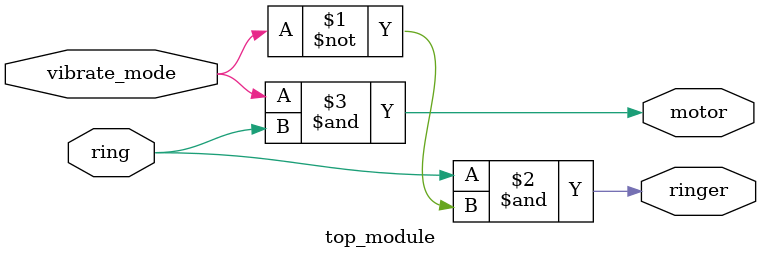
<source format=v>
module top_module (
    input ring,
    input vibrate_mode,
    output ringer,       // Make sound
    output motor         // Vibrate
);
    assign ringer = ring & ~vibrate_mode;
    assign motor = vibrate_mode & ring;
    
endmodule

</source>
